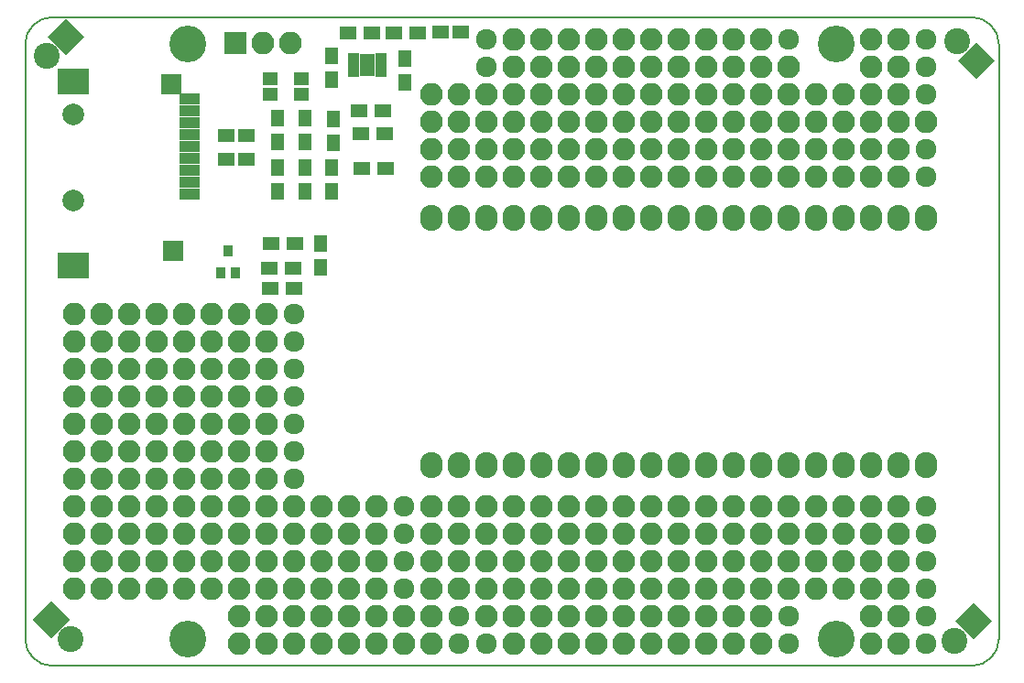
<source format=gbr>
G04 #@! TF.FileFunction,Soldermask,Top*
%FSLAX46Y46*%
G04 Gerber Fmt 4.6, Leading zero omitted, Abs format (unit mm)*
G04 Created by KiCad (PCBNEW 4.0.4-stable) date 04/27/17 17:41:05*
%MOMM*%
%LPD*%
G01*
G04 APERTURE LIST*
%ADD10C,0.100000*%
%ADD11C,0.150000*%
%ADD12O,2.100000X2.400000*%
%ADD13C,1.924000*%
%ADD14O,2.100000X2.100000*%
%ADD15C,2.400000*%
%ADD16R,1.400000X1.200000*%
%ADD17R,1.600000X1.150000*%
%ADD18R,2.100000X2.100000*%
%ADD19R,1.300000X1.600000*%
%ADD20R,1.600000X1.300000*%
%ADD21R,1.900000X1.100000*%
%ADD22R,1.900000X1.900000*%
%ADD23R,2.900000X2.400000*%
%ADD24C,2.000000*%
%ADD25C,3.400000*%
%ADD26R,1.100000X0.650000*%
%ADD27R,1.400000X2.100000*%
%ADD28R,0.857200X1.111200*%
G04 APERTURE END LIST*
D10*
D11*
X45000000Y-52500000D02*
X45000000Y-107500000D01*
X132500000Y-50000000D02*
X47500000Y-50000000D01*
X135000000Y-107500000D02*
X135000000Y-52500000D01*
X47500000Y-110000000D02*
X132500000Y-110000000D01*
X45000000Y-107500000D02*
G75*
G03X47500000Y-110000000I2500000J0D01*
G01*
X132500000Y-110000000D02*
G75*
G03X135000000Y-107500000I0J2500000D01*
G01*
X135000000Y-52500000D02*
G75*
G03X132500000Y-50000000I-2500000J0D01*
G01*
X47500000Y-50000000D02*
G75*
G03X45000000Y-52500000I0J-2500000D01*
G01*
D12*
X128270000Y-68580000D03*
X125730000Y-68580000D03*
X123190000Y-68580000D03*
X120650000Y-68580000D03*
X118110000Y-68580000D03*
X115570000Y-68580000D03*
X113030000Y-68580000D03*
X110490000Y-68580000D03*
X107950000Y-68580000D03*
X105410000Y-68580000D03*
X102870000Y-68580000D03*
X100330000Y-68580000D03*
X97790000Y-68580000D03*
X95250000Y-68580000D03*
X92710000Y-68580000D03*
X90170000Y-68580000D03*
X87630000Y-68580000D03*
X85090000Y-68580000D03*
X82550000Y-68580000D03*
X82550000Y-91440000D03*
X85090000Y-91440000D03*
X87630000Y-91440000D03*
X90170000Y-91440000D03*
X92710000Y-91440000D03*
X95250000Y-91440000D03*
X97790000Y-91440000D03*
X100330000Y-91440000D03*
X102870000Y-91440000D03*
X105410000Y-91440000D03*
X107950000Y-91440000D03*
X110490000Y-91440000D03*
X113030000Y-91440000D03*
X115570000Y-91440000D03*
X118110000Y-91440000D03*
X120650000Y-91440000D03*
X123190000Y-91440000D03*
X125730000Y-91440000D03*
X128270000Y-91440000D03*
D13*
X87630000Y-52070000D03*
D14*
X90170000Y-52070000D03*
X92710000Y-52070000D03*
D13*
X87630000Y-54610000D03*
D14*
X90170000Y-54610000D03*
X92710000Y-54610000D03*
D13*
X87630000Y-107950000D03*
D14*
X90170000Y-107950000D03*
X92710000Y-107950000D03*
X87630000Y-105410000D03*
X90170000Y-105410000D03*
X92710000Y-105410000D03*
D15*
X49174400Y-107492800D03*
D10*
G36*
X49075405Y-105696749D02*
X47378349Y-107393805D01*
X45681293Y-105696749D01*
X47378349Y-103999693D01*
X49075405Y-105696749D01*
X49075405Y-105696749D01*
G37*
D15*
X130860800Y-107645200D03*
D10*
G36*
X132656851Y-107546205D02*
X130959795Y-105849149D01*
X132656851Y-104152093D01*
X134353907Y-105849149D01*
X132656851Y-107546205D01*
X132656851Y-107546205D01*
G37*
D15*
X131114800Y-52222400D03*
D10*
G36*
X131213795Y-54018451D02*
X132910851Y-52321395D01*
X134607907Y-54018451D01*
X132910851Y-55715507D01*
X131213795Y-54018451D01*
X131213795Y-54018451D01*
G37*
D15*
X46990000Y-53594000D03*
D10*
G36*
X48786051Y-53495005D02*
X47088995Y-51797949D01*
X48786051Y-50100893D01*
X50483107Y-51797949D01*
X48786051Y-53495005D01*
X48786051Y-53495005D01*
G37*
D16*
X70538000Y-55675500D03*
X67638000Y-55675500D03*
X70538000Y-57100500D03*
X67638000Y-57100500D03*
D13*
X85090000Y-107950000D03*
D14*
X82550000Y-107950000D03*
X80010000Y-107950000D03*
X77470000Y-107950000D03*
X74930000Y-107950000D03*
X72390000Y-107950000D03*
X69850000Y-107950000D03*
X67310000Y-107950000D03*
X64770000Y-107950000D03*
D13*
X85090000Y-105410000D03*
D14*
X82550000Y-105410000D03*
X80010000Y-105410000D03*
X77470000Y-105410000D03*
X74930000Y-105410000D03*
X72390000Y-105410000D03*
X69850000Y-105410000D03*
X67310000Y-105410000D03*
X64770000Y-105410000D03*
D13*
X80010000Y-102870000D03*
D14*
X77470000Y-102870000D03*
X74930000Y-102870000D03*
X72390000Y-102870000D03*
X69850000Y-102870000D03*
X67310000Y-102870000D03*
X64770000Y-102870000D03*
X62230000Y-102870000D03*
X59690000Y-102870000D03*
X57150000Y-102870000D03*
X54610000Y-102870000D03*
X52070000Y-102870000D03*
X49530000Y-102870000D03*
D13*
X80010000Y-100330000D03*
D14*
X77470000Y-100330000D03*
X74930000Y-100330000D03*
X72390000Y-100330000D03*
X69850000Y-100330000D03*
X67310000Y-100330000D03*
X64770000Y-100330000D03*
X62230000Y-100330000D03*
X59690000Y-100330000D03*
X57150000Y-100330000D03*
X54610000Y-100330000D03*
X52070000Y-100330000D03*
X49530000Y-100330000D03*
D13*
X80010000Y-97790000D03*
D14*
X77470000Y-97790000D03*
X74930000Y-97790000D03*
X72390000Y-97790000D03*
X69850000Y-97790000D03*
X67310000Y-97790000D03*
X64770000Y-97790000D03*
X62230000Y-97790000D03*
X59690000Y-97790000D03*
X57150000Y-97790000D03*
X54610000Y-97790000D03*
X52070000Y-97790000D03*
X49530000Y-97790000D03*
D13*
X80010000Y-95250000D03*
D14*
X77470000Y-95250000D03*
X74930000Y-95250000D03*
X72390000Y-95250000D03*
X69850000Y-95250000D03*
X67310000Y-95250000D03*
X64770000Y-95250000D03*
X62230000Y-95250000D03*
X59690000Y-95250000D03*
X57150000Y-95250000D03*
X54610000Y-95250000D03*
X52070000Y-95250000D03*
X49530000Y-95250000D03*
D13*
X69850000Y-92710000D03*
D14*
X67310000Y-92710000D03*
X64770000Y-92710000D03*
X62230000Y-92710000D03*
X59690000Y-92710000D03*
X57150000Y-92710000D03*
X54610000Y-92710000D03*
X52070000Y-92710000D03*
X49530000Y-92710000D03*
D13*
X69850000Y-90170000D03*
D14*
X67310000Y-90170000D03*
X64770000Y-90170000D03*
X62230000Y-90170000D03*
X59690000Y-90170000D03*
X57150000Y-90170000D03*
X54610000Y-90170000D03*
X52070000Y-90170000D03*
X49530000Y-90170000D03*
D13*
X69850000Y-87630000D03*
D14*
X67310000Y-87630000D03*
X64770000Y-87630000D03*
X62230000Y-87630000D03*
X59690000Y-87630000D03*
X57150000Y-87630000D03*
X54610000Y-87630000D03*
X52070000Y-87630000D03*
X49530000Y-87630000D03*
D13*
X69850000Y-85090000D03*
D14*
X67310000Y-85090000D03*
X64770000Y-85090000D03*
X62230000Y-85090000D03*
X59690000Y-85090000D03*
X57150000Y-85090000D03*
X54610000Y-85090000D03*
X52070000Y-85090000D03*
X49530000Y-85090000D03*
D13*
X69850000Y-82550000D03*
D14*
X67310000Y-82550000D03*
X64770000Y-82550000D03*
X62230000Y-82550000D03*
X59690000Y-82550000D03*
X57150000Y-82550000D03*
X54610000Y-82550000D03*
X52070000Y-82550000D03*
X49530000Y-82550000D03*
D13*
X69850000Y-80010000D03*
D14*
X67310000Y-80010000D03*
X64770000Y-80010000D03*
X62230000Y-80010000D03*
X59690000Y-80010000D03*
X57150000Y-80010000D03*
X54610000Y-80010000D03*
X52070000Y-80010000D03*
X49530000Y-80010000D03*
D13*
X69850000Y-77470000D03*
D14*
X67310000Y-77470000D03*
X64770000Y-77470000D03*
X62230000Y-77470000D03*
X59690000Y-77470000D03*
X57150000Y-77470000D03*
X54610000Y-77470000D03*
X52070000Y-77470000D03*
X49530000Y-77470000D03*
D13*
X128270000Y-107950000D03*
D14*
X125730000Y-107950000D03*
X123190000Y-107950000D03*
D13*
X128270000Y-105410000D03*
D14*
X125730000Y-105410000D03*
X123190000Y-105410000D03*
D13*
X115570000Y-107950000D03*
D14*
X113030000Y-107950000D03*
X110490000Y-107950000D03*
X107950000Y-107950000D03*
X105410000Y-107950000D03*
X102870000Y-107950000D03*
X100330000Y-107950000D03*
X97790000Y-107950000D03*
X95250000Y-107950000D03*
D13*
X115570000Y-105410000D03*
D14*
X113030000Y-105410000D03*
X110490000Y-105410000D03*
X107950000Y-105410000D03*
X105410000Y-105410000D03*
X102870000Y-105410000D03*
X100330000Y-105410000D03*
X97790000Y-105410000D03*
X95250000Y-105410000D03*
D13*
X128270000Y-102870000D03*
D14*
X125730000Y-102870000D03*
X123190000Y-102870000D03*
X120650000Y-102870000D03*
X118110000Y-102870000D03*
X115570000Y-102870000D03*
X113030000Y-102870000D03*
X110490000Y-102870000D03*
X107950000Y-102870000D03*
X105410000Y-102870000D03*
X102870000Y-102870000D03*
X100330000Y-102870000D03*
X97790000Y-102870000D03*
X95250000Y-102870000D03*
X92710000Y-102870000D03*
X90170000Y-102870000D03*
X87630000Y-102870000D03*
X85090000Y-102870000D03*
X82550000Y-102870000D03*
D13*
X128270000Y-100330000D03*
D14*
X125730000Y-100330000D03*
X123190000Y-100330000D03*
X120650000Y-100330000D03*
X118110000Y-100330000D03*
X115570000Y-100330000D03*
X113030000Y-100330000D03*
X110490000Y-100330000D03*
X107950000Y-100330000D03*
X105410000Y-100330000D03*
X102870000Y-100330000D03*
X100330000Y-100330000D03*
X97790000Y-100330000D03*
X95250000Y-100330000D03*
X92710000Y-100330000D03*
X90170000Y-100330000D03*
X87630000Y-100330000D03*
X85090000Y-100330000D03*
X82550000Y-100330000D03*
D13*
X128270000Y-97790000D03*
D14*
X125730000Y-97790000D03*
X123190000Y-97790000D03*
X120650000Y-97790000D03*
X118110000Y-97790000D03*
X115570000Y-97790000D03*
X113030000Y-97790000D03*
X110490000Y-97790000D03*
X107950000Y-97790000D03*
X105410000Y-97790000D03*
X102870000Y-97790000D03*
X100330000Y-97790000D03*
X97790000Y-97790000D03*
X95250000Y-97790000D03*
X92710000Y-97790000D03*
X90170000Y-97790000D03*
X87630000Y-97790000D03*
X85090000Y-97790000D03*
X82550000Y-97790000D03*
D13*
X128270000Y-95250000D03*
D14*
X125730000Y-95250000D03*
X123190000Y-95250000D03*
X120650000Y-95250000D03*
X118110000Y-95250000D03*
X115570000Y-95250000D03*
X113030000Y-95250000D03*
X110490000Y-95250000D03*
X107950000Y-95250000D03*
X105410000Y-95250000D03*
X102870000Y-95250000D03*
X100330000Y-95250000D03*
X97790000Y-95250000D03*
X95250000Y-95250000D03*
X92710000Y-95250000D03*
X90170000Y-95250000D03*
X87630000Y-95250000D03*
X85090000Y-95250000D03*
X82550000Y-95250000D03*
D13*
X128270000Y-64770000D03*
D14*
X125730000Y-64770000D03*
X123190000Y-64770000D03*
X120650000Y-64770000D03*
X118110000Y-64770000D03*
X115570000Y-64770000D03*
X113030000Y-64770000D03*
X110490000Y-64770000D03*
X107950000Y-64770000D03*
X105410000Y-64770000D03*
X102870000Y-64770000D03*
X100330000Y-64770000D03*
X97790000Y-64770000D03*
X95250000Y-64770000D03*
X92710000Y-64770000D03*
X90170000Y-64770000D03*
X87630000Y-64770000D03*
X85090000Y-64770000D03*
X82550000Y-64770000D03*
D13*
X128270000Y-62230000D03*
D14*
X125730000Y-62230000D03*
X123190000Y-62230000D03*
X120650000Y-62230000D03*
X118110000Y-62230000D03*
X115570000Y-62230000D03*
X113030000Y-62230000D03*
X110490000Y-62230000D03*
X107950000Y-62230000D03*
X105410000Y-62230000D03*
X102870000Y-62230000D03*
X100330000Y-62230000D03*
X97790000Y-62230000D03*
X95250000Y-62230000D03*
X92710000Y-62230000D03*
X90170000Y-62230000D03*
X87630000Y-62230000D03*
X85090000Y-62230000D03*
X82550000Y-62230000D03*
X128270000Y-59690000D03*
X125730000Y-59690000D03*
X123190000Y-59690000D03*
X120650000Y-59690000D03*
X118110000Y-59690000D03*
X115570000Y-59690000D03*
X113030000Y-59690000D03*
X110490000Y-59690000D03*
X107950000Y-59690000D03*
X105410000Y-59690000D03*
X102870000Y-59690000D03*
X100330000Y-59690000D03*
X97790000Y-59690000D03*
X95250000Y-59690000D03*
X92710000Y-59690000D03*
X90170000Y-59690000D03*
X87630000Y-59690000D03*
X85090000Y-59690000D03*
X82550000Y-59690000D03*
D13*
X128270000Y-54610000D03*
D14*
X125730000Y-54610000D03*
X123190000Y-54610000D03*
D13*
X128270000Y-52070000D03*
D14*
X125730000Y-52070000D03*
X123190000Y-52070000D03*
D13*
X128270000Y-57150000D03*
D14*
X125730000Y-57150000D03*
X123190000Y-57150000D03*
X120650000Y-57150000D03*
X118110000Y-57150000D03*
X115570000Y-57150000D03*
X113030000Y-57150000D03*
X110490000Y-57150000D03*
X107950000Y-57150000D03*
X105410000Y-57150000D03*
X102870000Y-57150000D03*
X100330000Y-57150000D03*
X97790000Y-57150000D03*
X95250000Y-57150000D03*
X92710000Y-57150000D03*
X90170000Y-57150000D03*
X87630000Y-57150000D03*
X85090000Y-57150000D03*
X82550000Y-57150000D03*
D13*
X115570000Y-52070000D03*
D14*
X113030000Y-52070000D03*
X110490000Y-52070000D03*
X107950000Y-52070000D03*
X105410000Y-52070000D03*
X102870000Y-52070000D03*
X100330000Y-52070000D03*
X97790000Y-52070000D03*
X95250000Y-52070000D03*
X115570000Y-54610000D03*
X113030000Y-54610000D03*
X110490000Y-54610000D03*
X107950000Y-54610000D03*
X105410000Y-54610000D03*
X102870000Y-54610000D03*
X100330000Y-54610000D03*
X97790000Y-54610000D03*
X95250000Y-54610000D03*
D17*
X83378000Y-51409600D03*
X85278000Y-51409600D03*
X65466000Y-63119000D03*
X63566000Y-63119000D03*
X65466000Y-60960000D03*
X63566000Y-60960000D03*
D18*
X64414400Y-52425600D03*
D14*
X66954400Y-52425600D03*
X69494400Y-52425600D03*
D19*
X80100000Y-53800000D03*
X80100000Y-56000000D03*
X73355200Y-53611600D03*
X73355200Y-55811600D03*
D20*
X67600000Y-73200000D03*
X69800000Y-73200000D03*
X78062000Y-58623200D03*
X75862000Y-58623200D03*
D19*
X72300000Y-70900000D03*
X72300000Y-73100000D03*
D20*
X76116000Y-63957200D03*
X78316000Y-63957200D03*
X69900000Y-70900000D03*
X67700000Y-70900000D03*
X81262400Y-51460400D03*
X79062400Y-51460400D03*
D19*
X73300000Y-63900000D03*
X73300000Y-66100000D03*
X70900000Y-63900000D03*
X70900000Y-66100000D03*
X68300000Y-63900000D03*
X68300000Y-66100000D03*
X73500000Y-59400000D03*
X73500000Y-61600000D03*
X70900000Y-59300000D03*
X70900000Y-61500000D03*
X68300000Y-59300000D03*
X68300000Y-61500000D03*
D20*
X67632400Y-75082400D03*
X69832400Y-75082400D03*
X78214400Y-60807600D03*
X76014400Y-60807600D03*
D21*
X60236000Y-66376000D03*
X60236000Y-65276000D03*
X60236000Y-64176000D03*
X60236000Y-63076000D03*
X60236000Y-61976000D03*
X60236000Y-60876000D03*
X60236000Y-59776000D03*
X60236000Y-58676000D03*
X60236000Y-57576000D03*
D22*
X58536000Y-56176000D03*
X58636000Y-71576000D03*
D23*
X49436000Y-55976000D03*
X49436000Y-72976000D03*
D24*
X49436000Y-58976000D03*
X49436000Y-66976000D03*
D25*
X120000000Y-107500000D03*
X60000000Y-107500000D03*
X120000000Y-52500000D03*
X60000000Y-52500000D03*
D26*
X75356400Y-53707600D03*
X75356400Y-54207600D03*
X75356400Y-54707600D03*
X75356400Y-55207600D03*
X77856400Y-55207600D03*
X77856400Y-54707600D03*
X77856400Y-54207600D03*
X77856400Y-53707600D03*
D27*
X76606400Y-54457600D03*
D20*
X77046000Y-51460400D03*
X74846000Y-51460400D03*
D28*
X63093600Y-73660000D03*
X64414400Y-73660000D03*
X63754000Y-71628000D03*
M02*

</source>
